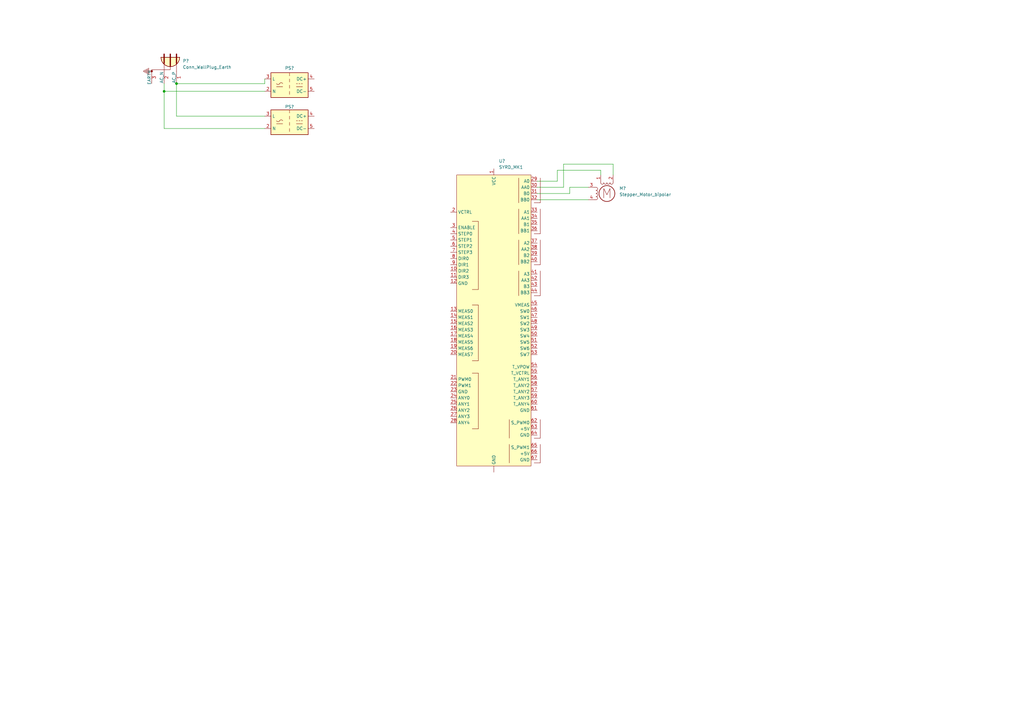
<source format=kicad_sch>
(kicad_sch (version 20211123) (generator eeschema)
  (paper "A3")
  (lib_symbols
    (symbol "Connector:Conn_WallPlug_Earth" (pin_names (offset 0))
      (property "Reference" "P" (at 0 3.81 0))
      (property "Value" "Conn_WallPlug_Earth" (at -5.08 0 90))
      (symbol "Conn_WallPlug_Earth_0_1"
        (arc (start -3.175 -3.81) (mid 0.635 0) (end -3.175 3.81) (stroke (width 0.254)) (fill (type background)))
        (polyline (pts (xy -4.445 -2.54) (xy -0.635 -2.54)) (stroke (width 0.508)))
        (polyline (pts (xy -4.445 0) (xy 0.508 0)) (stroke (width 0.508)))
        (polyline (pts (xy -4.445 2.54) (xy -0.635 2.54)) (stroke (width 0.508)))
        (polyline (pts (xy -3.175 -3.81) (xy -3.175 3.81)) (stroke (width 0.254)))
        (polyline (pts (xy -0.635 -2.54) (xy 2.54 -2.54)))
        (polyline (pts (xy -0.635 2.54) (xy 2.54 2.54)))
        (polyline (pts (xy 1.524 -9.398) (xy 3.556 -9.398)) (stroke (width 0.2032)))
        (polyline (pts (xy 1.778 -9.906) (xy 3.302 -9.906)) (stroke (width 0.2032)))
        (polyline (pts (xy 2.032 -10.414) (xy 3.048 -10.414)) (stroke (width 0.2032)))
        (polyline (pts (xy 2.286 -10.922) (xy 2.794 -10.922)) (stroke (width 0.2032)))
        (polyline (pts (xy 2.54 -7.62) (xy 2.54 -8.89)) (stroke (width 0.2032)))
        (polyline (pts (xy 3.81 -8.89) (xy 1.27 -8.89)) (stroke (width 0.2032)))
        (polyline (pts (xy 2.54 -7.62) (xy 1.905 -7.62) (xy 1.905 0) (xy -4.445 0)))
        (circle (center 2.54 -7.62) (radius 0.3556) (fill (type outline)))
      )
      (symbol "Conn_WallPlug_Earth_1_1"
        (pin power_out line (at 7.62 2.54 180) (length 5.08) (name "AC_P") (number "1"))
        (pin power_out line (at 7.62 -2.54 180) (length 5.08) (name "AC_N") (number "2"))
        (pin passive line (at 7.62 -7.62 180) (length 5.08) (name "EARTH") (number "3"))
      )
    )
    (symbol "Converter_ACDC:VTX-214-015-124"
      (property "Reference" "PS" (at 0 8.89 0))
      (property "Value" "VTX-214-015-124" (at 0 6.35 0))
      (symbol "VTX-214-015-124_0_1"
        (rectangle (start -7.62 5.08) (end 7.62 -5.08) (stroke (width 0.254)) (fill (type background)))
        (arc (start -5.334 0.635) (mid -4.699 0.2495) (end -4.064 0.635))
        (arc (start -2.794 0.635) (mid -3.429 1.0072) (end -4.064 0.635))
        (polyline (pts (xy -5.334 -0.635) (xy -2.794 -0.635)))
        (polyline (pts (xy 2.794 -0.635) (xy 5.334 -0.635)))
        (polyline (pts (xy 2.794 0.635) (xy 3.302 0.635)))
        (polyline (pts (xy 3.81 0.635) (xy 4.318 0.635)))
        (polyline (pts (xy 4.826 0.635) (xy 5.334 0.635)))
      )
      (symbol "VTX-214-015-124_1_1"
        (polyline (pts (xy 0 -2.54) (xy 0 -3.81)))
        (polyline (pts (xy 0 0) (xy 0 -1.27)))
        (polyline (pts (xy 0 2.54) (xy 0 1.27)))
        (polyline (pts (xy 0 5.08) (xy 0 3.81)))
        (pin no_connect line (at 0 -5.08 90) (length 2.54) hide (name "FG") (number "1"))
        (pin power_in line (at -10.16 -2.54 0) (length 2.54) (name "N") (number "2"))
        (pin power_in line (at -10.16 2.54 0) (length 2.54) (name "L") (number "3"))
        (pin power_out line (at 10.16 2.54 180) (length 2.54) (name "DC+") (number "4"))
        (pin power_out line (at 10.16 -2.54 180) (length 2.54) (name "DC-") (number "5"))
      )
    )
    (symbol "Driver_Motor:SYRD_MK1"
      (property "Reference" "U" (at 0 -45.72 0))
      (property "Value" "SYRD_MK1" (at 0 -48.26 0))
      (symbol "SYRD_MK1_0_1"
        (rectangle (start -15.24 60.96) (end 15.24 -58.42) (fill (type background)))
        (polyline (pts (xy 6.35 -49.53) (xy 6.35 -57.15)))
        (polyline (pts (xy 6.35 -39.37) (xy 6.35 -46.99)))
        (polyline (pts (xy 10.16 21.59) (xy 10.16 11.43)))
        (polyline (pts (xy 10.16 34.29) (xy 10.16 24.13)))
        (polyline (pts (xy 10.16 46.99) (xy 10.16 36.83)))
        (polyline (pts (xy 10.16 59.69) (xy 10.16 49.53)))
        (polyline (pts (xy 16.51 -57.15) (xy 19.05 -57.15) (xy 19.05 -49.53)))
        (polyline (pts (xy 16.51 -46.99) (xy 19.05 -46.99) (xy 19.05 -39.37)))
        (polyline (pts (xy 16.51 11.43) (xy 19.05 11.43) (xy 19.05 21.59)))
        (polyline (pts (xy 16.51 24.13) (xy 19.05 24.13) (xy 19.05 34.29)))
        (polyline (pts (xy 16.51 36.83) (xy 19.05 36.83) (xy 19.05 46.99)))
        (polyline (pts (xy 16.51 49.53) (xy 19.05 49.53) (xy 19.05 59.69)))
        (polyline (pts (xy -8.89 -20.32) (xy -6.35 -20.32) (xy -6.35 -43.18) (xy -8.89 -43.18)))
        (polyline (pts (xy -8.89 7.62) (xy -6.35 7.62) (xy -6.35 -15.24) (xy -8.89 -15.24)))
        (polyline (pts (xy -8.89 41.91) (xy -6.35 41.91) (xy -6.35 13.97) (xy -8.89 13.97)))
      )
      (symbol "SYRD_MK1_1_1"
        (pin power_in line (at 0 -60.96 90) (length 2.54) (name "GND") (number ""))
        (pin power_in line (at 0 63.5 270) (length 2.54) (name "VCC") (number "1"))
        (pin input line (at -17.78 21.59 0) (length 2.54) (name "DIR2") (number "10"))
        (pin input line (at -17.78 19.05 0) (length 2.54) (name "DIR3") (number "11"))
        (pin input line (at -17.78 16.51 0) (length 2.54) (name "GND") (number "12"))
        (pin output line (at -17.78 5.08 0) (length 2.54) (name "MEAS0") (number "13"))
        (pin output line (at -17.78 2.54 0) (length 2.54) (name "MEAS1") (number "14"))
        (pin output line (at -17.78 0 0) (length 2.54) (name "MEAS2") (number "15"))
        (pin output line (at -17.78 -2.54 0) (length 2.54) (name "MEAS3") (number "16"))
        (pin output line (at -17.78 -5.08 0) (length 2.54) (name "MEAS4") (number "17"))
        (pin output line (at -17.78 -7.62 0) (length 2.54) (name "MEAS5") (number "18"))
        (pin output line (at -17.78 -10.16 0) (length 2.54) (name "MEAS6") (number "19"))
        (pin power_in line (at -17.78 45.72 0) (length 2.54) (name "VCTRL") (number "2"))
        (pin output line (at -17.78 -12.7 0) (length 2.54) (name "MEAS7") (number "20"))
        (pin input line (at -17.78 -22.86 0) (length 2.54) (name "PWM0") (number "21"))
        (pin input line (at -17.78 -25.4 0) (length 2.54) (name "PWM1") (number "22"))
        (pin input line (at -17.78 -27.94 0) (length 2.54) (name "GND") (number "23"))
        (pin bidirectional line (at -17.78 -30.48 0) (length 2.54) (name "ANY0") (number "24"))
        (pin bidirectional line (at -17.78 -33.02 0) (length 2.54) (name "ANY1") (number "25"))
        (pin bidirectional line (at -17.78 -35.56 0) (length 2.54) (name "ANY2") (number "26"))
        (pin bidirectional line (at -17.78 -38.1 0) (length 2.54) (name "ANY3") (number "27"))
        (pin bidirectional line (at -17.78 -40.64 0) (length 2.54) (name "ANY4") (number "28"))
        (pin power_out line (at 17.78 58.42 180) (length 2.54) (name "A0") (number "29"))
        (pin input line (at -17.78 39.37 0) (length 2.54) (name "ENABLE") (number "3"))
        (pin power_out line (at 17.78 55.88 180) (length 2.54) (name "AA0") (number "30"))
        (pin power_out line (at 17.78 53.34 180) (length 2.54) (name "B0") (number "31"))
        (pin power_out line (at 17.78 50.8 180) (length 2.54) (name "BB0") (number "32"))
        (pin power_out line (at 17.78 45.72 180) (length 2.54) (name "A1") (number "33"))
        (pin power_out line (at 17.78 43.18 180) (length 2.54) (name "AA1") (number "34"))
        (pin power_out line (at 17.78 40.64 180) (length 2.54) (name "B1") (number "35"))
        (pin power_out line (at 17.78 38.1 180) (length 2.54) (name "BB1") (number "36"))
        (pin power_out line (at 17.78 33.02 180) (length 2.54) (name "A2") (number "37"))
        (pin power_out line (at 17.78 30.48 180) (length 2.54) (name "AA2") (number "38"))
        (pin power_out line (at 17.78 27.94 180) (length 2.54) (name "B2") (number "39"))
        (pin input line (at -17.78 36.83 0) (length 2.54) (name "STEP0") (number "4"))
        (pin power_out line (at 17.78 25.4 180) (length 2.54) (name "BB2") (number "40"))
        (pin power_out line (at 17.78 20.32 180) (length 2.54) (name "A3") (number "41"))
        (pin power_out line (at 17.78 17.78 180) (length 2.54) (name "AA3") (number "42"))
        (pin power_out line (at 17.78 15.24 180) (length 2.54) (name "B3") (number "43"))
        (pin power_out line (at 17.78 12.7 180) (length 2.54) (name "BB3") (number "44"))
        (pin power_out line (at 17.78 7.62 180) (length 2.54) (name "VMEAS") (number "45"))
        (pin input line (at 17.78 5.08 180) (length 2.54) (name "SW0") (number "46"))
        (pin input line (at 17.78 2.54 180) (length 2.54) (name "SW1") (number "47"))
        (pin input line (at 17.78 0 180) (length 2.54) (name "SW2") (number "48"))
        (pin input line (at 17.78 -2.54 180) (length 2.54) (name "SW3") (number "49"))
        (pin input line (at -17.78 34.29 0) (length 2.54) (name "STEP1") (number "5"))
        (pin input line (at 17.78 -5.08 180) (length 2.54) (name "SW4") (number "50"))
        (pin input line (at 17.78 -7.62 180) (length 2.54) (name "SW5") (number "51"))
        (pin input line (at 17.78 -10.16 180) (length 2.54) (name "SW6") (number "52"))
        (pin input line (at 17.78 -12.7 180) (length 2.54) (name "SW7") (number "53"))
        (pin power_out line (at 17.78 -17.78 180) (length 2.54) (name "T_VPOW") (number "54"))
        (pin power_out line (at 17.78 -20.32 180) (length 2.54) (name "T_VCTRL") (number "55"))
        (pin bidirectional line (at 17.78 -22.86 180) (length 2.54) (name "T_ANY1") (number "56"))
        (pin bidirectional line (at 17.78 -27.94 180) (length 2.54) (name "T_ANY2") (number "57"))
        (pin bidirectional line (at 17.78 -25.4 180) (length 2.54) (name "T_ANY2") (number "58"))
        (pin bidirectional line (at 17.78 -30.48 180) (length 2.54) (name "T_ANY3") (number "59"))
        (pin input line (at -17.78 31.75 0) (length 2.54) (name "STEP2") (number "6"))
        (pin bidirectional line (at 17.78 -33.02 180) (length 2.54) (name "T_ANY4") (number "60"))
        (pin power_out line (at 17.78 -35.56 180) (length 2.54) (name "GND") (number "61"))
        (pin output line (at 17.78 -40.64 180) (length 2.54) (name "S_PWM0") (number "62"))
        (pin power_out line (at 17.78 -43.18 180) (length 2.54) (name "+5V") (number "63"))
        (pin power_out line (at 17.78 -45.72 180) (length 2.54) (name "GND") (number "64"))
        (pin output line (at 17.78 -50.8 180) (length 2.54) (name "S_PWM1") (number "65"))
        (pin power_out line (at 17.78 -53.34 180) (length 2.54) (name "+5V") (number "66"))
        (pin power_out line (at 17.78 -55.88 180) (length 2.54) (name "GND") (number "67"))
        (pin input line (at -17.78 29.21 0) (length 2.54) (name "STEP3") (number "7"))
        (pin input line (at -17.78 26.67 0) (length 2.54) (name "DIR0") (number "8"))
        (pin input line (at -17.78 24.13 0) (length 2.54) (name "DIR1") (number "9"))
      )
    )
    (symbol "Motor:Stepper_Motor_bipolar" (pin_names (offset 0) hide)
      (property "Reference" "M" (at 3.81 2.54 0))
      (property "Value" "Stepper_Motor_bipolar" (at 3.81 1.27 0))
      (symbol "Stepper_Motor_bipolar_0_0"
        (polyline (pts (xy -1.27 -1.778) (xy -1.27 2.032) (xy 0 -0.508) (xy 1.27 2.032) (xy 1.27 -1.778)))
      )
      (symbol "Stepper_Motor_bipolar_0_1"
        (arc (start -4.445 -2.54) (mid -3.81 -1.905) (end -4.445 -1.27))
        (arc (start -4.445 -1.27) (mid -3.81 -0.635) (end -4.445 0))
        (arc (start -4.445 0) (mid -3.81 0.635) (end -4.445 1.27))
        (arc (start -4.445 1.27) (mid -3.81 1.905) (end -4.445 2.54))
        (arc (start -2.54 4.445) (mid -1.905 3.81) (end -1.27 4.445))
        (arc (start -1.27 4.445) (mid -0.635 3.81) (end 0 4.445))
        (polyline (pts (xy -5.08 -2.54) (xy -4.445 -2.54)))
        (polyline (pts (xy -5.08 2.54) (xy -4.445 2.54)))
        (polyline (pts (xy -2.54 5.08) (xy -2.54 4.445)))
        (polyline (pts (xy 2.54 5.08) (xy 2.54 4.445)))
        (circle (center 0 0) (radius 3.2512) (stroke (width 0.254)))
        (arc (start 0 4.445) (mid 0.635 3.81) (end 1.27 4.445))
        (arc (start 1.27 4.445) (mid 1.905 3.81) (end 2.54 4.445))
      )
      (symbol "Stepper_Motor_bipolar_1_1"
        (pin passive line (at -2.54 7.62 270) (length 2.54) (name "~") (number "1"))
        (pin passive line (at 2.54 7.62 270) (length 2.54) (name "-") (number "2"))
        (pin passive line (at -7.62 2.54 0) (length 2.54) (name "~") (number "3"))
        (pin passive line (at -7.62 -2.54 0) (length 2.54) (name "~") (number "4"))
      )
    )
  )
  (junction (at 72.39 34.29))
  (junction (at 67.31 37.465))
  (wire (pts (xy 228.6 69.85) (xy 246.38 69.85)))
  (wire (pts (xy 220.345 79.375) (xy 233.68 79.375)))
  (wire (pts (xy 67.31 52.705) (xy 108.585 52.705)))
  (wire (pts (xy 67.31 34.29) (xy 67.31 37.465)))
  (wire (pts (xy 220.345 76.835) (xy 231.14 76.835)))
  (wire (pts (xy 67.31 37.465) (xy 67.31 52.705)))
  (wire (pts (xy 231.14 67.31) (xy 251.46 67.31)))
  (wire (pts (xy 72.39 34.29) (xy 108.585 34.29)))
  (wire (pts (xy 246.38 69.85) (xy 246.38 71.755)))
  (wire (pts (xy 251.46 67.31) (xy 251.46 71.755)))
  (wire (pts (xy 67.31 37.465) (xy 108.585 37.465)))
  (wire (pts (xy 231.14 76.835) (xy 231.14 67.31)))
  (wire (pts (xy 72.39 33.655) (xy 72.39 34.29)))
  (wire (pts (xy 233.68 79.375) (xy 233.68 76.835)))
  (wire (pts (xy 228.6 74.295) (xy 228.6 69.85)))
  (wire (pts (xy 72.39 47.625) (xy 108.585 47.625)))
  (wire (pts (xy 108.585 34.29) (xy 108.585 32.385)))
  (wire (pts (xy 72.39 34.29) (xy 72.39 47.625)))
  (wire (pts (xy 220.345 74.295) (xy 228.6 74.295)))
  (wire (pts (xy 233.68 76.835) (xy 241.3 76.835)))
  (wire (pts (xy 220.345 81.915) (xy 241.3 81.915)))
  (symbol (lib_id "Motor:Stepper_Motor_bipolar") (at 248.92 79.375 0) (unit 1)
    (property "Reference" "M?" (at 254 77.254 0) (effects (justify left)))
    (property "Value" "Stepper_Motor_bipolar" (at 254 79.794 0) (effects (justify left)))
    (property "Datasheet" "http://www.infineon.com/dgdl/Application-Note-TLE8110EE_driving_UniPolarStepperMotor_V1.1.pdf?fileId=db3a30431be39b97011be5d0aa0a00b0" (effects hide))
  )
  (symbol (lib_id "Converter_ACDC:VTX-214-015-124") (at 118.745 34.925 0) (unit 1)
    (property "Reference" "PS?" (at 118.745 27.94 0))
    (property "Value" "VTX-214-015-124" (effects hide))
    (property "Footprint" "Converter_ACDC:Converter_ACDC_Vigortronix_VTX-214-015-1xx_THT" (effects hide))
    (property "Datasheet" "http://www.vigortronix.com/15WattSMPSPCBModuleAC-DC" (effects hide))
  )
  (symbol (lib_id "Converter_ACDC:VTX-214-015-124") (at 118.745 50.165 0) (unit 1)
    (property "Reference" "PS?" (at 118.745 43.815 0))
    (property "Value" "VTX-214-015-124" (effects hide))
    (property "Footprint" "Converter_ACDC:Converter_ACDC_Vigortronix_VTX-214-015-1xx_THT" (effects hide))
    (property "Datasheet" "http://www.vigortronix.com/15WattSMPSPCBModuleAC-DC" (effects hide))
  )
  (symbol (lib_id "Connector:Conn_WallPlug_Earth") (at 69.85 26.67 270) (unit 1)
    (property "Reference" "P?" (at 74.93 25.0062 90) (effects (justify left)))
    (property "Value" "Conn_WallPlug_Earth" (at 74.93 27.5462 90) (effects (justify left)))
  )
  (symbol (lib_id "Driver_Motor:SYRD_MK1") (at 202.565 132.715 0) (unit 1)
    (property "Reference" "U?" (at 204.5844 66.04 0) (effects (justify left)))
    (property "Value" "SYRD_MK1" (at 204.5844 68.58 0) (effects (justify left)))
  )
)
</source>
